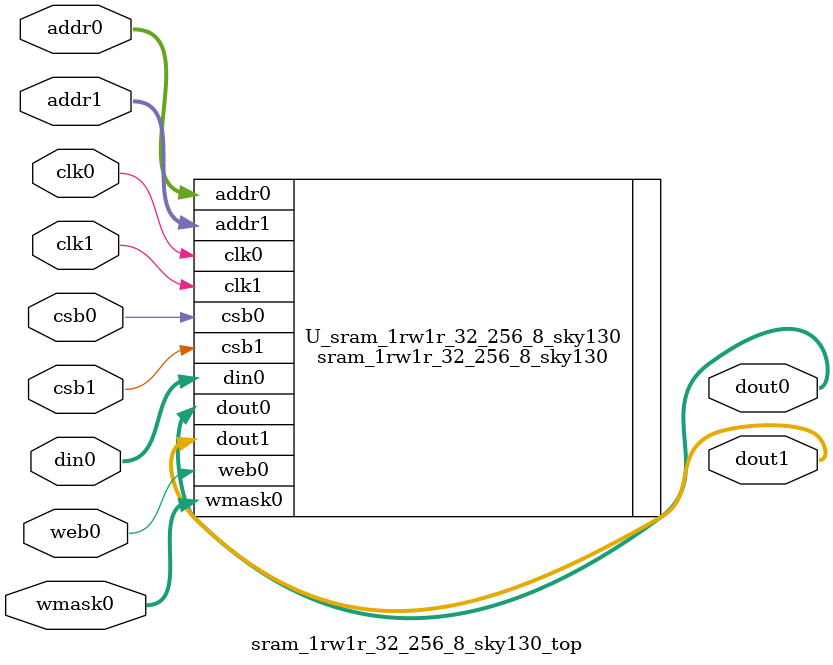
<source format=v>

module sram_1rw1r_32_256_8_sky130_top(
// Port 0: RW
    clk0,csb0,web0,wmask0,addr0,din0,dout0,
// Port 1: R
    clk1,csb1,addr1,dout1
  );

  parameter NUM_WMASKS = 4 ;
  parameter DATA_WIDTH = 32 ;
  parameter ADDR_WIDTH = 8 ;
  parameter RAM_DEPTH = 1 << ADDR_WIDTH;
  // FIXME: This delay is arbitrary.
  parameter DELAY = 3 ;

  input  clk0; // clock
  input   csb0; // active low chip select
  input  web0; // active low write control
  input [NUM_WMASKS-1:0]   wmask0; // write mask
  input [ADDR_WIDTH-1:0]  addr0;
  input [DATA_WIDTH-1:0]  din0;
  output [DATA_WIDTH-1:0] dout0;
  input  clk1; // clock
  input   csb1; // active low chip select
  input [ADDR_WIDTH-1:0]  addr1;
  output [DATA_WIDTH-1:0] dout1;


sram_1rw1r_32_256_8_sky130 U_sram_1rw1r_32_256_8_sky130 (.clk0(clk0) ,.csb0(csb0) ,.web0(web0) ,.wmask0(wmask0) ,.addr0(addr0) ,.din0(din0) ,.dout0(dout0) ,.clk1(clk1) ,.csb1(csb1) ,.addr1(addr1) ,.dout1(dout1) );




endmodule

</source>
